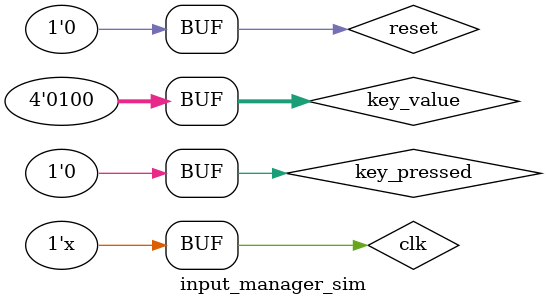
<source format=v>
`timescale 1ns / 1ps


module input_manager_sim;
    reg clk = 0;
    reg reset = 0;
    reg key_pressed = 0;
    reg [3:0] key_value = 4'b0000;
    wire [63:0] buffer_out;

    // Instantiate your key_buffer module
    input_manager uut (
        .clk(clk),
        .reset(reset),
        .key_pressed(key_pressed),
        .key_value(key_value),
        .buffer_out(buffer_out)
    );

    // Clock generation: 100MHz
    always #5 clk = ~clk;

    initial begin
    
        reset = 1;
        #20;
        reset = 0;

        // Type A (0000), B (0001), C (0010)
        press_key(4'b0000); // A
        press_key(4'b0001); // B
        press_key(4'b0010); // C
        press_key(4'b0010);
        press_key(4'b0010);
        press_key(4'b0010);
        press_key(4'b0010);
        press_key(4'b0010);
        press_key(4'b0010);
        press_key(4'b0010);
        press_key(4'b0010);
        press_key(4'b0010);
        press_key(4'b0010);
        press_key(4'b0010);
        press_key(4'b0010);
        press_key(4'b0010);
        press_key(4'b0010);
        press_key(4'b0010);
        

        // Press DELETE (1010) ? should remove C
        press_key(4'b1010);
        press_key(4'b1010);

        // Press ENTER (1011) ? should lock input
        press_key(4'b1011);

        // Try typing ~ (0100) after lock ? should be ignored
        press_key(4'b0100);

        #50;
    end

    // Helper task to simulate key press
    task press_key(input [3:0] val);
        begin
            key_value = val;
            key_pressed = 1;
            #10;
            key_pressed = 0;
            #10;
        end
    endtask

endmodule

</source>
